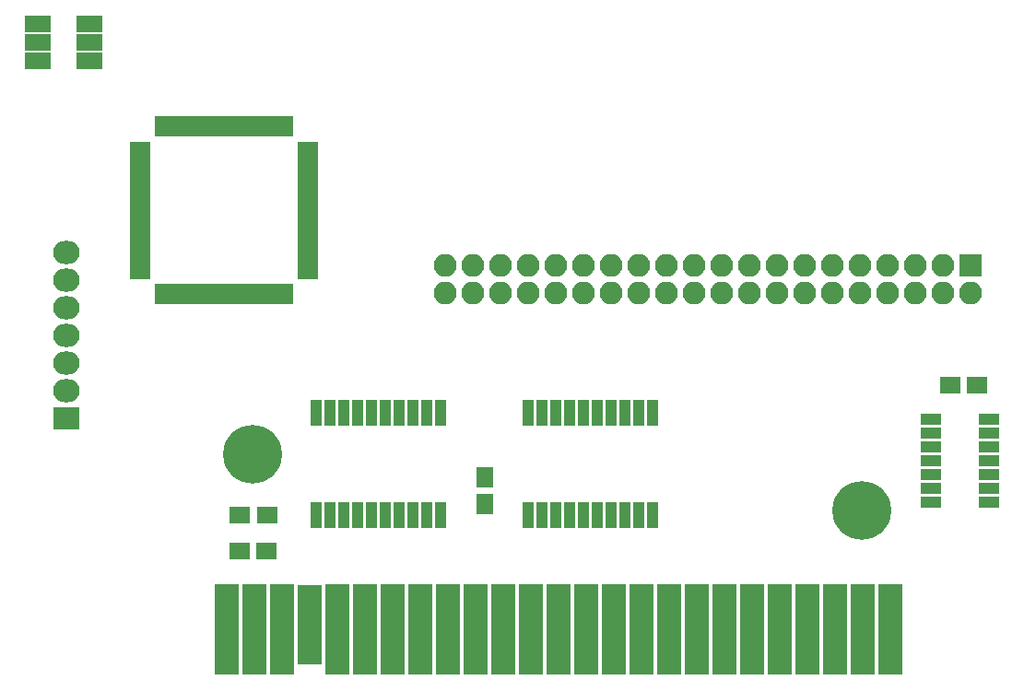
<source format=gbr>
G04 #@! TF.FileFunction,Soldermask,Top*
%FSLAX46Y46*%
G04 Gerber Fmt 4.6, Leading zero omitted, Abs format (unit mm)*
G04 Created by KiCad (PCBNEW 4.0.7) date 03/26/18 01:39:33*
%MOMM*%
%LPD*%
G01*
G04 APERTURE LIST*
%ADD10C,0.100000*%
%ADD11C,5.400000*%
%ADD12R,2.200000X8.400000*%
%ADD13R,2.200000X7.400000*%
%ADD14R,1.900000X0.700000*%
%ADD15R,0.700000X1.900000*%
%ADD16R,1.000000X2.350000*%
%ADD17R,1.900000X1.000000*%
%ADD18R,1.900000X1.650000*%
%ADD19R,1.650000X1.900000*%
%ADD20R,2.100000X2.100000*%
%ADD21O,2.100000X2.100000*%
%ADD22R,2.432000X2.127200*%
%ADD23O,2.432000X2.127200*%
%ADD24R,2.400000X1.500000*%
G04 APERTURE END LIST*
D10*
D11*
X185333640Y-98897440D03*
D12*
X187949840Y-109827440D03*
X185409840Y-109827440D03*
X182869840Y-109827440D03*
X180329840Y-109827440D03*
X177789840Y-109827440D03*
X175249840Y-109827440D03*
X172709840Y-109827440D03*
X170169840Y-109827440D03*
X167629840Y-109827440D03*
X165089840Y-109827440D03*
X162549840Y-109827440D03*
X160009840Y-109827440D03*
X157469840Y-109827440D03*
X154929840Y-109827440D03*
X152389840Y-109827440D03*
X149849840Y-109827440D03*
X147309840Y-109827440D03*
X144769840Y-109827440D03*
X142229840Y-109827440D03*
X139689840Y-109827440D03*
X137149840Y-109827440D03*
D13*
X134604760Y-109334680D03*
D12*
X132069840Y-109827440D03*
X129529840Y-109827440D03*
X126989840Y-109827440D03*
D11*
X129334260Y-93695520D03*
D14*
X119046000Y-65297800D03*
X119046000Y-65797800D03*
X119046000Y-66297800D03*
X119046000Y-66797800D03*
X119046000Y-67297800D03*
X119046000Y-67797800D03*
X119046000Y-68297800D03*
X119046000Y-68797800D03*
X119046000Y-69297800D03*
X119046000Y-69797800D03*
X119046000Y-70297800D03*
X119046000Y-70797800D03*
X119046000Y-71297800D03*
X119046000Y-71797800D03*
X119046000Y-72297800D03*
X119046000Y-72797800D03*
X119046000Y-73297800D03*
X119046000Y-73797800D03*
X119046000Y-74297800D03*
X119046000Y-74797800D03*
X119046000Y-75297800D03*
X119046000Y-75797800D03*
X119046000Y-76297800D03*
X119046000Y-76797800D03*
X119046000Y-77297800D03*
D15*
X120746000Y-78997800D03*
X121246000Y-78997800D03*
X121746000Y-78997800D03*
X122246000Y-78997800D03*
X122746000Y-78997800D03*
X123246000Y-78997800D03*
X123746000Y-78997800D03*
X124246000Y-78997800D03*
X124746000Y-78997800D03*
X125246000Y-78997800D03*
X125746000Y-78997800D03*
X126246000Y-78997800D03*
X126746000Y-78997800D03*
X127246000Y-78997800D03*
X127746000Y-78997800D03*
X128246000Y-78997800D03*
X128746000Y-78997800D03*
X129246000Y-78997800D03*
X129746000Y-78997800D03*
X130246000Y-78997800D03*
X130746000Y-78997800D03*
X131246000Y-78997800D03*
X131746000Y-78997800D03*
X132246000Y-78997800D03*
X132746000Y-78997800D03*
D14*
X134446000Y-77297800D03*
X134446000Y-76797800D03*
X134446000Y-76297800D03*
X134446000Y-75797800D03*
X134446000Y-75297800D03*
X134446000Y-74797800D03*
X134446000Y-74297800D03*
X134446000Y-73797800D03*
X134446000Y-73297800D03*
X134446000Y-72797800D03*
X134446000Y-72297800D03*
X134446000Y-71797800D03*
X134446000Y-71297800D03*
X134446000Y-70797800D03*
X134446000Y-70297800D03*
X134446000Y-69797800D03*
X134446000Y-69297800D03*
X134446000Y-68797800D03*
X134446000Y-68297800D03*
X134446000Y-67797800D03*
X134446000Y-67297800D03*
X134446000Y-66797800D03*
X134446000Y-66297800D03*
X134446000Y-65797800D03*
X134446000Y-65297800D03*
D15*
X132746000Y-63597800D03*
X132246000Y-63597800D03*
X131746000Y-63597800D03*
X131246000Y-63597800D03*
X130746000Y-63597800D03*
X130246000Y-63597800D03*
X129746000Y-63597800D03*
X129246000Y-63597800D03*
X128746000Y-63597800D03*
X128246000Y-63597800D03*
X127746000Y-63597800D03*
X127246000Y-63597800D03*
X126746000Y-63597800D03*
X126246000Y-63597800D03*
X125746000Y-63597800D03*
X125246000Y-63597800D03*
X124746000Y-63597800D03*
X124246000Y-63597800D03*
X123746000Y-63597800D03*
X123246000Y-63597800D03*
X122746000Y-63597800D03*
X122246000Y-63597800D03*
X121746000Y-63597800D03*
X121246000Y-63597800D03*
X120746000Y-63597800D03*
D16*
X166116000Y-89916000D03*
X164846000Y-89916000D03*
X163576000Y-89916000D03*
X162306000Y-89916000D03*
X161036000Y-89916000D03*
X159766000Y-89916000D03*
X158496000Y-89916000D03*
X157226000Y-89916000D03*
X155956000Y-89916000D03*
X154686000Y-89916000D03*
X154686000Y-99316000D03*
X155956000Y-99316000D03*
X157226000Y-99316000D03*
X158496000Y-99316000D03*
X159766000Y-99316000D03*
X161036000Y-99316000D03*
X162306000Y-99316000D03*
X163576000Y-99316000D03*
X164846000Y-99316000D03*
X166116000Y-99316000D03*
X146685000Y-89916000D03*
X145415000Y-89916000D03*
X144145000Y-89916000D03*
X142875000Y-89916000D03*
X141605000Y-89916000D03*
X140335000Y-89916000D03*
X139065000Y-89916000D03*
X137795000Y-89916000D03*
X136525000Y-89916000D03*
X135255000Y-89916000D03*
X135255000Y-99316000D03*
X136525000Y-99316000D03*
X137795000Y-99316000D03*
X139065000Y-99316000D03*
X140335000Y-99316000D03*
X141605000Y-99316000D03*
X142875000Y-99316000D03*
X144145000Y-99316000D03*
X145415000Y-99316000D03*
X146685000Y-99316000D03*
D17*
X191661000Y-90449400D03*
X191661000Y-91719400D03*
X191661000Y-92989400D03*
X191661000Y-94259400D03*
X191661000Y-95529400D03*
X191661000Y-96799400D03*
X191661000Y-98069400D03*
X197061000Y-98069400D03*
X197061000Y-96799400D03*
X197061000Y-95529400D03*
X197061000Y-94259400D03*
X197061000Y-92989400D03*
X197061000Y-91719400D03*
X197061000Y-90449400D03*
D18*
X130688400Y-99314000D03*
X128188400Y-99314000D03*
X130663000Y-102616000D03*
X128163000Y-102616000D03*
D19*
X150672800Y-98303400D03*
X150672800Y-95803400D03*
D18*
X195941000Y-87312500D03*
X193441000Y-87312500D03*
D20*
X195326000Y-76327000D03*
D21*
X195326000Y-78867000D03*
X192786000Y-76327000D03*
X192786000Y-78867000D03*
X190246000Y-76327000D03*
X190246000Y-78867000D03*
X187706000Y-76327000D03*
X187706000Y-78867000D03*
X185166000Y-76327000D03*
X185166000Y-78867000D03*
X182626000Y-76327000D03*
X182626000Y-78867000D03*
X180086000Y-76327000D03*
X180086000Y-78867000D03*
X177546000Y-76327000D03*
X177546000Y-78867000D03*
X175006000Y-76327000D03*
X175006000Y-78867000D03*
X172466000Y-76327000D03*
X172466000Y-78867000D03*
X169926000Y-76327000D03*
X169926000Y-78867000D03*
X167386000Y-76327000D03*
X167386000Y-78867000D03*
X164846000Y-76327000D03*
X164846000Y-78867000D03*
X162306000Y-76327000D03*
X162306000Y-78867000D03*
X159766000Y-76327000D03*
X159766000Y-78867000D03*
X157226000Y-76327000D03*
X157226000Y-78867000D03*
X154686000Y-76327000D03*
X154686000Y-78867000D03*
X152146000Y-76327000D03*
X152146000Y-78867000D03*
X149606000Y-76327000D03*
X149606000Y-78867000D03*
X147066000Y-76327000D03*
X147066000Y-78867000D03*
D22*
X112268000Y-90424000D03*
D23*
X112268000Y-87884000D03*
X112268000Y-85344000D03*
X112268000Y-82804000D03*
X112268000Y-80264000D03*
X112268000Y-77724000D03*
X112268000Y-75184000D03*
D24*
X109614000Y-54180000D03*
X109614000Y-55880000D03*
X109614000Y-57580000D03*
X114414000Y-57580000D03*
X114414000Y-55880000D03*
X114414000Y-54180000D03*
M02*

</source>
